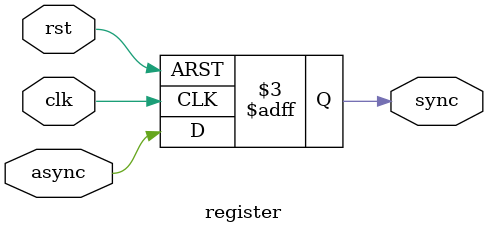
<source format=v>
`timescale 1ns / 1ps

module register #(parameter BUS_WIDTH = 1) (
input [BUS_WIDTH - 1 : 0] async ,
input clk , rst ,
output reg [BUS_WIDTH - 1 : 0] sync 
);

always@(posedge clk or negedge rst) begin
	if(!rst) begin
		sync <= 0; 
	end
	else begin
		sync <= async ;
	end
end

endmodule

</source>
